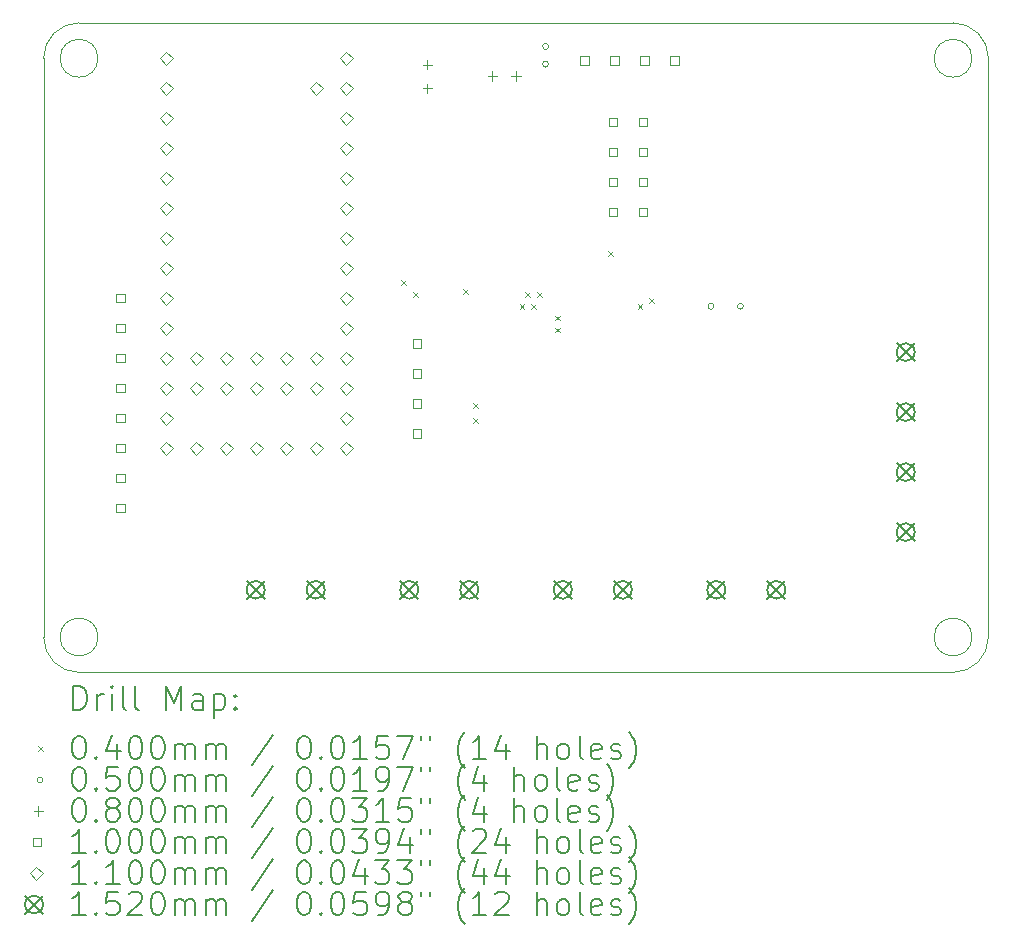
<source format=gbr>
%FSLAX45Y45*%
G04 Gerber Fmt 4.5, Leading zero omitted, Abs format (unit mm)*
G04 Created by KiCad (PCBNEW (6.0.6)) date 2022-07-07 23:14:06*
%MOMM*%
%LPD*%
G01*
G04 APERTURE LIST*
%TA.AperFunction,Profile*%
%ADD10C,0.100000*%
%TD*%
%ADD11C,0.200000*%
%ADD12C,0.040000*%
%ADD13C,0.050000*%
%ADD14C,0.080000*%
%ADD15C,0.100000*%
%ADD16C,0.110000*%
%ADD17C,0.152000*%
G04 APERTURE END LIST*
D10*
X17860000Y-6800000D02*
G75*
G03*
X17860000Y-6800000I-160000J0D01*
G01*
X18000000Y-6800000D02*
G75*
G03*
X17700000Y-6500000I-300000J0D01*
G01*
X10000000Y-11700000D02*
G75*
G03*
X10300000Y-12000000I300000J0D01*
G01*
X10000000Y-6800000D02*
X10000000Y-11700000D01*
X10300000Y-6500000D02*
G75*
G03*
X10000000Y-6800000I0J-300000D01*
G01*
X17860000Y-11700000D02*
G75*
G03*
X17860000Y-11700000I-160000J0D01*
G01*
X10300000Y-6500000D02*
X17700000Y-6500000D01*
X10460000Y-11700000D02*
G75*
G03*
X10460000Y-11700000I-160000J0D01*
G01*
X10460000Y-6800000D02*
G75*
G03*
X10460000Y-6800000I-160000J0D01*
G01*
X10300000Y-12000000D02*
X17700000Y-12000000D01*
X17700000Y-12000000D02*
G75*
G03*
X18000000Y-11700000I0J300000D01*
G01*
X18000000Y-11700000D02*
X18000000Y-6800000D01*
D11*
D12*
X13030000Y-8680000D02*
X13070000Y-8720000D01*
X13070000Y-8680000D02*
X13030000Y-8720000D01*
X13130000Y-8780000D02*
X13170000Y-8820000D01*
X13170000Y-8780000D02*
X13130000Y-8820000D01*
X13555000Y-8755000D02*
X13595000Y-8795000D01*
X13595000Y-8755000D02*
X13555000Y-8795000D01*
X13640000Y-9720000D02*
X13680000Y-9760000D01*
X13680000Y-9720000D02*
X13640000Y-9760000D01*
X13640000Y-9845000D02*
X13680000Y-9885000D01*
X13680000Y-9845000D02*
X13640000Y-9885000D01*
X14030000Y-8880000D02*
X14070000Y-8920000D01*
X14070000Y-8880000D02*
X14030000Y-8920000D01*
X14080000Y-8780000D02*
X14120000Y-8820000D01*
X14120000Y-8780000D02*
X14080000Y-8820000D01*
X14130000Y-8880000D02*
X14170000Y-8920000D01*
X14170000Y-8880000D02*
X14130000Y-8920000D01*
X14180000Y-8780000D02*
X14220000Y-8820000D01*
X14220000Y-8780000D02*
X14180000Y-8820000D01*
X14330000Y-8980000D02*
X14370000Y-9020000D01*
X14370000Y-8980000D02*
X14330000Y-9020000D01*
X14330000Y-9080000D02*
X14370000Y-9120000D01*
X14370000Y-9080000D02*
X14330000Y-9120000D01*
X14780000Y-8430000D02*
X14820000Y-8470000D01*
X14820000Y-8430000D02*
X14780000Y-8470000D01*
X15030000Y-8880000D02*
X15070000Y-8920000D01*
X15070000Y-8880000D02*
X15030000Y-8920000D01*
X15130000Y-8830000D02*
X15170000Y-8870000D01*
X15170000Y-8830000D02*
X15130000Y-8870000D01*
D13*
X14275000Y-6700000D02*
G75*
G03*
X14275000Y-6700000I-25000J0D01*
G01*
X14275000Y-6850000D02*
G75*
G03*
X14275000Y-6850000I-25000J0D01*
G01*
X15675000Y-8900000D02*
G75*
G03*
X15675000Y-8900000I-25000J0D01*
G01*
X15925000Y-8900000D02*
G75*
G03*
X15925000Y-8900000I-25000J0D01*
G01*
D14*
X13250000Y-6814489D02*
X13250000Y-6894489D01*
X13210000Y-6854489D02*
X13290000Y-6854489D01*
X13250000Y-7014489D02*
X13250000Y-7094489D01*
X13210000Y-7054489D02*
X13290000Y-7054489D01*
X13800000Y-6910000D02*
X13800000Y-6990000D01*
X13760000Y-6950000D02*
X13840000Y-6950000D01*
X14000000Y-6910000D02*
X14000000Y-6990000D01*
X13960000Y-6950000D02*
X14040000Y-6950000D01*
D15*
X10685356Y-8866356D02*
X10685356Y-8795644D01*
X10614644Y-8795644D01*
X10614644Y-8866356D01*
X10685356Y-8866356D01*
X10685356Y-9120356D02*
X10685356Y-9049644D01*
X10614644Y-9049644D01*
X10614644Y-9120356D01*
X10685356Y-9120356D01*
X10685356Y-9374356D02*
X10685356Y-9303644D01*
X10614644Y-9303644D01*
X10614644Y-9374356D01*
X10685356Y-9374356D01*
X10685356Y-9628356D02*
X10685356Y-9557644D01*
X10614644Y-9557644D01*
X10614644Y-9628356D01*
X10685356Y-9628356D01*
X10685356Y-9882356D02*
X10685356Y-9811644D01*
X10614644Y-9811644D01*
X10614644Y-9882356D01*
X10685356Y-9882356D01*
X10685356Y-10136356D02*
X10685356Y-10065644D01*
X10614644Y-10065644D01*
X10614644Y-10136356D01*
X10685356Y-10136356D01*
X10685356Y-10390356D02*
X10685356Y-10319644D01*
X10614644Y-10319644D01*
X10614644Y-10390356D01*
X10685356Y-10390356D01*
X10685356Y-10644356D02*
X10685356Y-10573644D01*
X10614644Y-10573644D01*
X10614644Y-10644356D01*
X10685356Y-10644356D01*
X13195356Y-9251356D02*
X13195356Y-9180644D01*
X13124644Y-9180644D01*
X13124644Y-9251356D01*
X13195356Y-9251356D01*
X13195356Y-9505356D02*
X13195356Y-9434644D01*
X13124644Y-9434644D01*
X13124644Y-9505356D01*
X13195356Y-9505356D01*
X13195356Y-9759356D02*
X13195356Y-9688644D01*
X13124644Y-9688644D01*
X13124644Y-9759356D01*
X13195356Y-9759356D01*
X13195356Y-10013356D02*
X13195356Y-9942644D01*
X13124644Y-9942644D01*
X13124644Y-10013356D01*
X13195356Y-10013356D01*
X14615356Y-6855356D02*
X14615356Y-6784644D01*
X14544644Y-6784644D01*
X14544644Y-6855356D01*
X14615356Y-6855356D01*
X14855356Y-7372856D02*
X14855356Y-7302144D01*
X14784644Y-7302144D01*
X14784644Y-7372856D01*
X14855356Y-7372856D01*
X14855356Y-7626856D02*
X14855356Y-7556144D01*
X14784644Y-7556144D01*
X14784644Y-7626856D01*
X14855356Y-7626856D01*
X14855356Y-7880856D02*
X14855356Y-7810144D01*
X14784644Y-7810144D01*
X14784644Y-7880856D01*
X14855356Y-7880856D01*
X14855356Y-8134856D02*
X14855356Y-8064144D01*
X14784644Y-8064144D01*
X14784644Y-8134856D01*
X14855356Y-8134856D01*
X14869356Y-6855356D02*
X14869356Y-6784644D01*
X14798644Y-6784644D01*
X14798644Y-6855356D01*
X14869356Y-6855356D01*
X15109356Y-7372856D02*
X15109356Y-7302144D01*
X15038644Y-7302144D01*
X15038644Y-7372856D01*
X15109356Y-7372856D01*
X15109356Y-7626856D02*
X15109356Y-7556144D01*
X15038644Y-7556144D01*
X15038644Y-7626856D01*
X15109356Y-7626856D01*
X15109356Y-7880856D02*
X15109356Y-7810144D01*
X15038644Y-7810144D01*
X15038644Y-7880856D01*
X15109356Y-7880856D01*
X15109356Y-8134856D02*
X15109356Y-8064144D01*
X15038644Y-8064144D01*
X15038644Y-8134856D01*
X15109356Y-8134856D01*
X15123356Y-6855356D02*
X15123356Y-6784644D01*
X15052644Y-6784644D01*
X15052644Y-6855356D01*
X15123356Y-6855356D01*
X15377356Y-6855356D02*
X15377356Y-6784644D01*
X15306644Y-6784644D01*
X15306644Y-6855356D01*
X15377356Y-6855356D01*
D16*
X11038000Y-6854000D02*
X11093000Y-6799000D01*
X11038000Y-6744000D01*
X10983000Y-6799000D01*
X11038000Y-6854000D01*
X11038000Y-7108000D02*
X11093000Y-7053000D01*
X11038000Y-6998000D01*
X10983000Y-7053000D01*
X11038000Y-7108000D01*
X11038000Y-7362000D02*
X11093000Y-7307000D01*
X11038000Y-7252000D01*
X10983000Y-7307000D01*
X11038000Y-7362000D01*
X11038000Y-7616000D02*
X11093000Y-7561000D01*
X11038000Y-7506000D01*
X10983000Y-7561000D01*
X11038000Y-7616000D01*
X11038000Y-7870000D02*
X11093000Y-7815000D01*
X11038000Y-7760000D01*
X10983000Y-7815000D01*
X11038000Y-7870000D01*
X11038000Y-8124000D02*
X11093000Y-8069000D01*
X11038000Y-8014000D01*
X10983000Y-8069000D01*
X11038000Y-8124000D01*
X11038000Y-8378000D02*
X11093000Y-8323000D01*
X11038000Y-8268000D01*
X10983000Y-8323000D01*
X11038000Y-8378000D01*
X11038000Y-8632000D02*
X11093000Y-8577000D01*
X11038000Y-8522000D01*
X10983000Y-8577000D01*
X11038000Y-8632000D01*
X11038000Y-8886000D02*
X11093000Y-8831000D01*
X11038000Y-8776000D01*
X10983000Y-8831000D01*
X11038000Y-8886000D01*
X11038000Y-9140000D02*
X11093000Y-9085000D01*
X11038000Y-9030000D01*
X10983000Y-9085000D01*
X11038000Y-9140000D01*
X11038000Y-9394000D02*
X11093000Y-9339000D01*
X11038000Y-9284000D01*
X10983000Y-9339000D01*
X11038000Y-9394000D01*
X11038000Y-9648000D02*
X11093000Y-9593000D01*
X11038000Y-9538000D01*
X10983000Y-9593000D01*
X11038000Y-9648000D01*
X11038000Y-9902000D02*
X11093000Y-9847000D01*
X11038000Y-9792000D01*
X10983000Y-9847000D01*
X11038000Y-9902000D01*
X11038000Y-10156000D02*
X11093000Y-10101000D01*
X11038000Y-10046000D01*
X10983000Y-10101000D01*
X11038000Y-10156000D01*
X11292000Y-9394000D02*
X11347000Y-9339000D01*
X11292000Y-9284000D01*
X11237000Y-9339000D01*
X11292000Y-9394000D01*
X11292000Y-9648000D02*
X11347000Y-9593000D01*
X11292000Y-9538000D01*
X11237000Y-9593000D01*
X11292000Y-9648000D01*
X11292000Y-10156000D02*
X11347000Y-10101000D01*
X11292000Y-10046000D01*
X11237000Y-10101000D01*
X11292000Y-10156000D01*
X11546000Y-9394000D02*
X11601000Y-9339000D01*
X11546000Y-9284000D01*
X11491000Y-9339000D01*
X11546000Y-9394000D01*
X11546000Y-9648000D02*
X11601000Y-9593000D01*
X11546000Y-9538000D01*
X11491000Y-9593000D01*
X11546000Y-9648000D01*
X11546000Y-10156000D02*
X11601000Y-10101000D01*
X11546000Y-10046000D01*
X11491000Y-10101000D01*
X11546000Y-10156000D01*
X11800000Y-9394000D02*
X11855000Y-9339000D01*
X11800000Y-9284000D01*
X11745000Y-9339000D01*
X11800000Y-9394000D01*
X11800000Y-9648000D02*
X11855000Y-9593000D01*
X11800000Y-9538000D01*
X11745000Y-9593000D01*
X11800000Y-9648000D01*
X11800000Y-10156000D02*
X11855000Y-10101000D01*
X11800000Y-10046000D01*
X11745000Y-10101000D01*
X11800000Y-10156000D01*
X12054000Y-9394000D02*
X12109000Y-9339000D01*
X12054000Y-9284000D01*
X11999000Y-9339000D01*
X12054000Y-9394000D01*
X12054000Y-9648000D02*
X12109000Y-9593000D01*
X12054000Y-9538000D01*
X11999000Y-9593000D01*
X12054000Y-9648000D01*
X12054000Y-10156000D02*
X12109000Y-10101000D01*
X12054000Y-10046000D01*
X11999000Y-10101000D01*
X12054000Y-10156000D01*
X12308000Y-7108000D02*
X12363000Y-7053000D01*
X12308000Y-6998000D01*
X12253000Y-7053000D01*
X12308000Y-7108000D01*
X12308000Y-9394000D02*
X12363000Y-9339000D01*
X12308000Y-9284000D01*
X12253000Y-9339000D01*
X12308000Y-9394000D01*
X12308000Y-9648000D02*
X12363000Y-9593000D01*
X12308000Y-9538000D01*
X12253000Y-9593000D01*
X12308000Y-9648000D01*
X12308000Y-10156000D02*
X12363000Y-10101000D01*
X12308000Y-10046000D01*
X12253000Y-10101000D01*
X12308000Y-10156000D01*
X12562000Y-6854000D02*
X12617000Y-6799000D01*
X12562000Y-6744000D01*
X12507000Y-6799000D01*
X12562000Y-6854000D01*
X12562000Y-7108000D02*
X12617000Y-7053000D01*
X12562000Y-6998000D01*
X12507000Y-7053000D01*
X12562000Y-7108000D01*
X12562000Y-7362000D02*
X12617000Y-7307000D01*
X12562000Y-7252000D01*
X12507000Y-7307000D01*
X12562000Y-7362000D01*
X12562000Y-7616000D02*
X12617000Y-7561000D01*
X12562000Y-7506000D01*
X12507000Y-7561000D01*
X12562000Y-7616000D01*
X12562000Y-7870000D02*
X12617000Y-7815000D01*
X12562000Y-7760000D01*
X12507000Y-7815000D01*
X12562000Y-7870000D01*
X12562000Y-8124000D02*
X12617000Y-8069000D01*
X12562000Y-8014000D01*
X12507000Y-8069000D01*
X12562000Y-8124000D01*
X12562000Y-8378000D02*
X12617000Y-8323000D01*
X12562000Y-8268000D01*
X12507000Y-8323000D01*
X12562000Y-8378000D01*
X12562000Y-8632000D02*
X12617000Y-8577000D01*
X12562000Y-8522000D01*
X12507000Y-8577000D01*
X12562000Y-8632000D01*
X12562000Y-8886000D02*
X12617000Y-8831000D01*
X12562000Y-8776000D01*
X12507000Y-8831000D01*
X12562000Y-8886000D01*
X12562000Y-9140000D02*
X12617000Y-9085000D01*
X12562000Y-9030000D01*
X12507000Y-9085000D01*
X12562000Y-9140000D01*
X12562000Y-9394000D02*
X12617000Y-9339000D01*
X12562000Y-9284000D01*
X12507000Y-9339000D01*
X12562000Y-9394000D01*
X12562000Y-9648000D02*
X12617000Y-9593000D01*
X12562000Y-9538000D01*
X12507000Y-9593000D01*
X12562000Y-9648000D01*
X12562000Y-9902000D02*
X12617000Y-9847000D01*
X12562000Y-9792000D01*
X12507000Y-9847000D01*
X12562000Y-9902000D01*
X12562000Y-10156000D02*
X12617000Y-10101000D01*
X12562000Y-10046000D01*
X12507000Y-10101000D01*
X12562000Y-10156000D01*
D17*
X11720000Y-11224000D02*
X11872000Y-11376000D01*
X11872000Y-11224000D02*
X11720000Y-11376000D01*
X11872000Y-11300000D02*
G75*
G03*
X11872000Y-11300000I-76000J0D01*
G01*
X12228000Y-11224000D02*
X12380000Y-11376000D01*
X12380000Y-11224000D02*
X12228000Y-11376000D01*
X12380000Y-11300000D02*
G75*
G03*
X12380000Y-11300000I-76000J0D01*
G01*
X13020000Y-11224000D02*
X13172000Y-11376000D01*
X13172000Y-11224000D02*
X13020000Y-11376000D01*
X13172000Y-11300000D02*
G75*
G03*
X13172000Y-11300000I-76000J0D01*
G01*
X13528000Y-11224000D02*
X13680000Y-11376000D01*
X13680000Y-11224000D02*
X13528000Y-11376000D01*
X13680000Y-11300000D02*
G75*
G03*
X13680000Y-11300000I-76000J0D01*
G01*
X14320000Y-11224000D02*
X14472000Y-11376000D01*
X14472000Y-11224000D02*
X14320000Y-11376000D01*
X14472000Y-11300000D02*
G75*
G03*
X14472000Y-11300000I-76000J0D01*
G01*
X14828000Y-11224000D02*
X14980000Y-11376000D01*
X14980000Y-11224000D02*
X14828000Y-11376000D01*
X14980000Y-11300000D02*
G75*
G03*
X14980000Y-11300000I-76000J0D01*
G01*
X15620000Y-11224000D02*
X15772000Y-11376000D01*
X15772000Y-11224000D02*
X15620000Y-11376000D01*
X15772000Y-11300000D02*
G75*
G03*
X15772000Y-11300000I-76000J0D01*
G01*
X16128000Y-11224000D02*
X16280000Y-11376000D01*
X16280000Y-11224000D02*
X16128000Y-11376000D01*
X16280000Y-11300000D02*
G75*
G03*
X16280000Y-11300000I-76000J0D01*
G01*
X17224000Y-9212000D02*
X17376000Y-9364000D01*
X17376000Y-9212000D02*
X17224000Y-9364000D01*
X17376000Y-9288000D02*
G75*
G03*
X17376000Y-9288000I-76000J0D01*
G01*
X17224000Y-9720000D02*
X17376000Y-9872000D01*
X17376000Y-9720000D02*
X17224000Y-9872000D01*
X17376000Y-9796000D02*
G75*
G03*
X17376000Y-9796000I-76000J0D01*
G01*
X17224000Y-10228000D02*
X17376000Y-10380000D01*
X17376000Y-10228000D02*
X17224000Y-10380000D01*
X17376000Y-10304000D02*
G75*
G03*
X17376000Y-10304000I-76000J0D01*
G01*
X17224000Y-10736000D02*
X17376000Y-10888000D01*
X17376000Y-10736000D02*
X17224000Y-10888000D01*
X17376000Y-10812000D02*
G75*
G03*
X17376000Y-10812000I-76000J0D01*
G01*
D11*
X10252619Y-12315476D02*
X10252619Y-12115476D01*
X10300238Y-12115476D01*
X10328810Y-12125000D01*
X10347857Y-12144048D01*
X10357381Y-12163095D01*
X10366905Y-12201190D01*
X10366905Y-12229762D01*
X10357381Y-12267857D01*
X10347857Y-12286905D01*
X10328810Y-12305952D01*
X10300238Y-12315476D01*
X10252619Y-12315476D01*
X10452619Y-12315476D02*
X10452619Y-12182143D01*
X10452619Y-12220238D02*
X10462143Y-12201190D01*
X10471667Y-12191667D01*
X10490714Y-12182143D01*
X10509762Y-12182143D01*
X10576429Y-12315476D02*
X10576429Y-12182143D01*
X10576429Y-12115476D02*
X10566905Y-12125000D01*
X10576429Y-12134524D01*
X10585952Y-12125000D01*
X10576429Y-12115476D01*
X10576429Y-12134524D01*
X10700238Y-12315476D02*
X10681190Y-12305952D01*
X10671667Y-12286905D01*
X10671667Y-12115476D01*
X10805000Y-12315476D02*
X10785952Y-12305952D01*
X10776429Y-12286905D01*
X10776429Y-12115476D01*
X11033571Y-12315476D02*
X11033571Y-12115476D01*
X11100238Y-12258333D01*
X11166905Y-12115476D01*
X11166905Y-12315476D01*
X11347857Y-12315476D02*
X11347857Y-12210714D01*
X11338333Y-12191667D01*
X11319286Y-12182143D01*
X11281190Y-12182143D01*
X11262143Y-12191667D01*
X11347857Y-12305952D02*
X11328809Y-12315476D01*
X11281190Y-12315476D01*
X11262143Y-12305952D01*
X11252619Y-12286905D01*
X11252619Y-12267857D01*
X11262143Y-12248809D01*
X11281190Y-12239286D01*
X11328809Y-12239286D01*
X11347857Y-12229762D01*
X11443095Y-12182143D02*
X11443095Y-12382143D01*
X11443095Y-12191667D02*
X11462143Y-12182143D01*
X11500238Y-12182143D01*
X11519286Y-12191667D01*
X11528809Y-12201190D01*
X11538333Y-12220238D01*
X11538333Y-12277381D01*
X11528809Y-12296428D01*
X11519286Y-12305952D01*
X11500238Y-12315476D01*
X11462143Y-12315476D01*
X11443095Y-12305952D01*
X11624048Y-12296428D02*
X11633571Y-12305952D01*
X11624048Y-12315476D01*
X11614524Y-12305952D01*
X11624048Y-12296428D01*
X11624048Y-12315476D01*
X11624048Y-12191667D02*
X11633571Y-12201190D01*
X11624048Y-12210714D01*
X11614524Y-12201190D01*
X11624048Y-12191667D01*
X11624048Y-12210714D01*
D12*
X9955000Y-12625000D02*
X9995000Y-12665000D01*
X9995000Y-12625000D02*
X9955000Y-12665000D01*
D11*
X10290714Y-12535476D02*
X10309762Y-12535476D01*
X10328810Y-12545000D01*
X10338333Y-12554524D01*
X10347857Y-12573571D01*
X10357381Y-12611667D01*
X10357381Y-12659286D01*
X10347857Y-12697381D01*
X10338333Y-12716428D01*
X10328810Y-12725952D01*
X10309762Y-12735476D01*
X10290714Y-12735476D01*
X10271667Y-12725952D01*
X10262143Y-12716428D01*
X10252619Y-12697381D01*
X10243095Y-12659286D01*
X10243095Y-12611667D01*
X10252619Y-12573571D01*
X10262143Y-12554524D01*
X10271667Y-12545000D01*
X10290714Y-12535476D01*
X10443095Y-12716428D02*
X10452619Y-12725952D01*
X10443095Y-12735476D01*
X10433571Y-12725952D01*
X10443095Y-12716428D01*
X10443095Y-12735476D01*
X10624048Y-12602143D02*
X10624048Y-12735476D01*
X10576429Y-12525952D02*
X10528810Y-12668809D01*
X10652619Y-12668809D01*
X10766905Y-12535476D02*
X10785952Y-12535476D01*
X10805000Y-12545000D01*
X10814524Y-12554524D01*
X10824048Y-12573571D01*
X10833571Y-12611667D01*
X10833571Y-12659286D01*
X10824048Y-12697381D01*
X10814524Y-12716428D01*
X10805000Y-12725952D01*
X10785952Y-12735476D01*
X10766905Y-12735476D01*
X10747857Y-12725952D01*
X10738333Y-12716428D01*
X10728810Y-12697381D01*
X10719286Y-12659286D01*
X10719286Y-12611667D01*
X10728810Y-12573571D01*
X10738333Y-12554524D01*
X10747857Y-12545000D01*
X10766905Y-12535476D01*
X10957381Y-12535476D02*
X10976429Y-12535476D01*
X10995476Y-12545000D01*
X11005000Y-12554524D01*
X11014524Y-12573571D01*
X11024048Y-12611667D01*
X11024048Y-12659286D01*
X11014524Y-12697381D01*
X11005000Y-12716428D01*
X10995476Y-12725952D01*
X10976429Y-12735476D01*
X10957381Y-12735476D01*
X10938333Y-12725952D01*
X10928810Y-12716428D01*
X10919286Y-12697381D01*
X10909762Y-12659286D01*
X10909762Y-12611667D01*
X10919286Y-12573571D01*
X10928810Y-12554524D01*
X10938333Y-12545000D01*
X10957381Y-12535476D01*
X11109762Y-12735476D02*
X11109762Y-12602143D01*
X11109762Y-12621190D02*
X11119286Y-12611667D01*
X11138333Y-12602143D01*
X11166905Y-12602143D01*
X11185952Y-12611667D01*
X11195476Y-12630714D01*
X11195476Y-12735476D01*
X11195476Y-12630714D02*
X11205000Y-12611667D01*
X11224048Y-12602143D01*
X11252619Y-12602143D01*
X11271667Y-12611667D01*
X11281190Y-12630714D01*
X11281190Y-12735476D01*
X11376428Y-12735476D02*
X11376428Y-12602143D01*
X11376428Y-12621190D02*
X11385952Y-12611667D01*
X11405000Y-12602143D01*
X11433571Y-12602143D01*
X11452619Y-12611667D01*
X11462143Y-12630714D01*
X11462143Y-12735476D01*
X11462143Y-12630714D02*
X11471667Y-12611667D01*
X11490714Y-12602143D01*
X11519286Y-12602143D01*
X11538333Y-12611667D01*
X11547857Y-12630714D01*
X11547857Y-12735476D01*
X11938333Y-12525952D02*
X11766905Y-12783095D01*
X12195476Y-12535476D02*
X12214524Y-12535476D01*
X12233571Y-12545000D01*
X12243095Y-12554524D01*
X12252619Y-12573571D01*
X12262143Y-12611667D01*
X12262143Y-12659286D01*
X12252619Y-12697381D01*
X12243095Y-12716428D01*
X12233571Y-12725952D01*
X12214524Y-12735476D01*
X12195476Y-12735476D01*
X12176428Y-12725952D01*
X12166905Y-12716428D01*
X12157381Y-12697381D01*
X12147857Y-12659286D01*
X12147857Y-12611667D01*
X12157381Y-12573571D01*
X12166905Y-12554524D01*
X12176428Y-12545000D01*
X12195476Y-12535476D01*
X12347857Y-12716428D02*
X12357381Y-12725952D01*
X12347857Y-12735476D01*
X12338333Y-12725952D01*
X12347857Y-12716428D01*
X12347857Y-12735476D01*
X12481190Y-12535476D02*
X12500238Y-12535476D01*
X12519286Y-12545000D01*
X12528809Y-12554524D01*
X12538333Y-12573571D01*
X12547857Y-12611667D01*
X12547857Y-12659286D01*
X12538333Y-12697381D01*
X12528809Y-12716428D01*
X12519286Y-12725952D01*
X12500238Y-12735476D01*
X12481190Y-12735476D01*
X12462143Y-12725952D01*
X12452619Y-12716428D01*
X12443095Y-12697381D01*
X12433571Y-12659286D01*
X12433571Y-12611667D01*
X12443095Y-12573571D01*
X12452619Y-12554524D01*
X12462143Y-12545000D01*
X12481190Y-12535476D01*
X12738333Y-12735476D02*
X12624048Y-12735476D01*
X12681190Y-12735476D02*
X12681190Y-12535476D01*
X12662143Y-12564048D01*
X12643095Y-12583095D01*
X12624048Y-12592619D01*
X12919286Y-12535476D02*
X12824048Y-12535476D01*
X12814524Y-12630714D01*
X12824048Y-12621190D01*
X12843095Y-12611667D01*
X12890714Y-12611667D01*
X12909762Y-12621190D01*
X12919286Y-12630714D01*
X12928809Y-12649762D01*
X12928809Y-12697381D01*
X12919286Y-12716428D01*
X12909762Y-12725952D01*
X12890714Y-12735476D01*
X12843095Y-12735476D01*
X12824048Y-12725952D01*
X12814524Y-12716428D01*
X12995476Y-12535476D02*
X13128809Y-12535476D01*
X13043095Y-12735476D01*
X13195476Y-12535476D02*
X13195476Y-12573571D01*
X13271667Y-12535476D02*
X13271667Y-12573571D01*
X13566905Y-12811667D02*
X13557381Y-12802143D01*
X13538333Y-12773571D01*
X13528809Y-12754524D01*
X13519286Y-12725952D01*
X13509762Y-12678333D01*
X13509762Y-12640238D01*
X13519286Y-12592619D01*
X13528809Y-12564048D01*
X13538333Y-12545000D01*
X13557381Y-12516428D01*
X13566905Y-12506905D01*
X13747857Y-12735476D02*
X13633571Y-12735476D01*
X13690714Y-12735476D02*
X13690714Y-12535476D01*
X13671667Y-12564048D01*
X13652619Y-12583095D01*
X13633571Y-12592619D01*
X13919286Y-12602143D02*
X13919286Y-12735476D01*
X13871667Y-12525952D02*
X13824048Y-12668809D01*
X13947857Y-12668809D01*
X14176428Y-12735476D02*
X14176428Y-12535476D01*
X14262143Y-12735476D02*
X14262143Y-12630714D01*
X14252619Y-12611667D01*
X14233571Y-12602143D01*
X14205000Y-12602143D01*
X14185952Y-12611667D01*
X14176428Y-12621190D01*
X14385952Y-12735476D02*
X14366905Y-12725952D01*
X14357381Y-12716428D01*
X14347857Y-12697381D01*
X14347857Y-12640238D01*
X14357381Y-12621190D01*
X14366905Y-12611667D01*
X14385952Y-12602143D01*
X14414524Y-12602143D01*
X14433571Y-12611667D01*
X14443095Y-12621190D01*
X14452619Y-12640238D01*
X14452619Y-12697381D01*
X14443095Y-12716428D01*
X14433571Y-12725952D01*
X14414524Y-12735476D01*
X14385952Y-12735476D01*
X14566905Y-12735476D02*
X14547857Y-12725952D01*
X14538333Y-12706905D01*
X14538333Y-12535476D01*
X14719286Y-12725952D02*
X14700238Y-12735476D01*
X14662143Y-12735476D01*
X14643095Y-12725952D01*
X14633571Y-12706905D01*
X14633571Y-12630714D01*
X14643095Y-12611667D01*
X14662143Y-12602143D01*
X14700238Y-12602143D01*
X14719286Y-12611667D01*
X14728809Y-12630714D01*
X14728809Y-12649762D01*
X14633571Y-12668809D01*
X14805000Y-12725952D02*
X14824048Y-12735476D01*
X14862143Y-12735476D01*
X14881190Y-12725952D01*
X14890714Y-12706905D01*
X14890714Y-12697381D01*
X14881190Y-12678333D01*
X14862143Y-12668809D01*
X14833571Y-12668809D01*
X14814524Y-12659286D01*
X14805000Y-12640238D01*
X14805000Y-12630714D01*
X14814524Y-12611667D01*
X14833571Y-12602143D01*
X14862143Y-12602143D01*
X14881190Y-12611667D01*
X14957381Y-12811667D02*
X14966905Y-12802143D01*
X14985952Y-12773571D01*
X14995476Y-12754524D01*
X15005000Y-12725952D01*
X15014524Y-12678333D01*
X15014524Y-12640238D01*
X15005000Y-12592619D01*
X14995476Y-12564048D01*
X14985952Y-12545000D01*
X14966905Y-12516428D01*
X14957381Y-12506905D01*
D13*
X9995000Y-12909000D02*
G75*
G03*
X9995000Y-12909000I-25000J0D01*
G01*
D11*
X10290714Y-12799476D02*
X10309762Y-12799476D01*
X10328810Y-12809000D01*
X10338333Y-12818524D01*
X10347857Y-12837571D01*
X10357381Y-12875667D01*
X10357381Y-12923286D01*
X10347857Y-12961381D01*
X10338333Y-12980428D01*
X10328810Y-12989952D01*
X10309762Y-12999476D01*
X10290714Y-12999476D01*
X10271667Y-12989952D01*
X10262143Y-12980428D01*
X10252619Y-12961381D01*
X10243095Y-12923286D01*
X10243095Y-12875667D01*
X10252619Y-12837571D01*
X10262143Y-12818524D01*
X10271667Y-12809000D01*
X10290714Y-12799476D01*
X10443095Y-12980428D02*
X10452619Y-12989952D01*
X10443095Y-12999476D01*
X10433571Y-12989952D01*
X10443095Y-12980428D01*
X10443095Y-12999476D01*
X10633571Y-12799476D02*
X10538333Y-12799476D01*
X10528810Y-12894714D01*
X10538333Y-12885190D01*
X10557381Y-12875667D01*
X10605000Y-12875667D01*
X10624048Y-12885190D01*
X10633571Y-12894714D01*
X10643095Y-12913762D01*
X10643095Y-12961381D01*
X10633571Y-12980428D01*
X10624048Y-12989952D01*
X10605000Y-12999476D01*
X10557381Y-12999476D01*
X10538333Y-12989952D01*
X10528810Y-12980428D01*
X10766905Y-12799476D02*
X10785952Y-12799476D01*
X10805000Y-12809000D01*
X10814524Y-12818524D01*
X10824048Y-12837571D01*
X10833571Y-12875667D01*
X10833571Y-12923286D01*
X10824048Y-12961381D01*
X10814524Y-12980428D01*
X10805000Y-12989952D01*
X10785952Y-12999476D01*
X10766905Y-12999476D01*
X10747857Y-12989952D01*
X10738333Y-12980428D01*
X10728810Y-12961381D01*
X10719286Y-12923286D01*
X10719286Y-12875667D01*
X10728810Y-12837571D01*
X10738333Y-12818524D01*
X10747857Y-12809000D01*
X10766905Y-12799476D01*
X10957381Y-12799476D02*
X10976429Y-12799476D01*
X10995476Y-12809000D01*
X11005000Y-12818524D01*
X11014524Y-12837571D01*
X11024048Y-12875667D01*
X11024048Y-12923286D01*
X11014524Y-12961381D01*
X11005000Y-12980428D01*
X10995476Y-12989952D01*
X10976429Y-12999476D01*
X10957381Y-12999476D01*
X10938333Y-12989952D01*
X10928810Y-12980428D01*
X10919286Y-12961381D01*
X10909762Y-12923286D01*
X10909762Y-12875667D01*
X10919286Y-12837571D01*
X10928810Y-12818524D01*
X10938333Y-12809000D01*
X10957381Y-12799476D01*
X11109762Y-12999476D02*
X11109762Y-12866143D01*
X11109762Y-12885190D02*
X11119286Y-12875667D01*
X11138333Y-12866143D01*
X11166905Y-12866143D01*
X11185952Y-12875667D01*
X11195476Y-12894714D01*
X11195476Y-12999476D01*
X11195476Y-12894714D02*
X11205000Y-12875667D01*
X11224048Y-12866143D01*
X11252619Y-12866143D01*
X11271667Y-12875667D01*
X11281190Y-12894714D01*
X11281190Y-12999476D01*
X11376428Y-12999476D02*
X11376428Y-12866143D01*
X11376428Y-12885190D02*
X11385952Y-12875667D01*
X11405000Y-12866143D01*
X11433571Y-12866143D01*
X11452619Y-12875667D01*
X11462143Y-12894714D01*
X11462143Y-12999476D01*
X11462143Y-12894714D02*
X11471667Y-12875667D01*
X11490714Y-12866143D01*
X11519286Y-12866143D01*
X11538333Y-12875667D01*
X11547857Y-12894714D01*
X11547857Y-12999476D01*
X11938333Y-12789952D02*
X11766905Y-13047095D01*
X12195476Y-12799476D02*
X12214524Y-12799476D01*
X12233571Y-12809000D01*
X12243095Y-12818524D01*
X12252619Y-12837571D01*
X12262143Y-12875667D01*
X12262143Y-12923286D01*
X12252619Y-12961381D01*
X12243095Y-12980428D01*
X12233571Y-12989952D01*
X12214524Y-12999476D01*
X12195476Y-12999476D01*
X12176428Y-12989952D01*
X12166905Y-12980428D01*
X12157381Y-12961381D01*
X12147857Y-12923286D01*
X12147857Y-12875667D01*
X12157381Y-12837571D01*
X12166905Y-12818524D01*
X12176428Y-12809000D01*
X12195476Y-12799476D01*
X12347857Y-12980428D02*
X12357381Y-12989952D01*
X12347857Y-12999476D01*
X12338333Y-12989952D01*
X12347857Y-12980428D01*
X12347857Y-12999476D01*
X12481190Y-12799476D02*
X12500238Y-12799476D01*
X12519286Y-12809000D01*
X12528809Y-12818524D01*
X12538333Y-12837571D01*
X12547857Y-12875667D01*
X12547857Y-12923286D01*
X12538333Y-12961381D01*
X12528809Y-12980428D01*
X12519286Y-12989952D01*
X12500238Y-12999476D01*
X12481190Y-12999476D01*
X12462143Y-12989952D01*
X12452619Y-12980428D01*
X12443095Y-12961381D01*
X12433571Y-12923286D01*
X12433571Y-12875667D01*
X12443095Y-12837571D01*
X12452619Y-12818524D01*
X12462143Y-12809000D01*
X12481190Y-12799476D01*
X12738333Y-12999476D02*
X12624048Y-12999476D01*
X12681190Y-12999476D02*
X12681190Y-12799476D01*
X12662143Y-12828048D01*
X12643095Y-12847095D01*
X12624048Y-12856619D01*
X12833571Y-12999476D02*
X12871667Y-12999476D01*
X12890714Y-12989952D01*
X12900238Y-12980428D01*
X12919286Y-12951857D01*
X12928809Y-12913762D01*
X12928809Y-12837571D01*
X12919286Y-12818524D01*
X12909762Y-12809000D01*
X12890714Y-12799476D01*
X12852619Y-12799476D01*
X12833571Y-12809000D01*
X12824048Y-12818524D01*
X12814524Y-12837571D01*
X12814524Y-12885190D01*
X12824048Y-12904238D01*
X12833571Y-12913762D01*
X12852619Y-12923286D01*
X12890714Y-12923286D01*
X12909762Y-12913762D01*
X12919286Y-12904238D01*
X12928809Y-12885190D01*
X12995476Y-12799476D02*
X13128809Y-12799476D01*
X13043095Y-12999476D01*
X13195476Y-12799476D02*
X13195476Y-12837571D01*
X13271667Y-12799476D02*
X13271667Y-12837571D01*
X13566905Y-13075667D02*
X13557381Y-13066143D01*
X13538333Y-13037571D01*
X13528809Y-13018524D01*
X13519286Y-12989952D01*
X13509762Y-12942333D01*
X13509762Y-12904238D01*
X13519286Y-12856619D01*
X13528809Y-12828048D01*
X13538333Y-12809000D01*
X13557381Y-12780428D01*
X13566905Y-12770905D01*
X13728809Y-12866143D02*
X13728809Y-12999476D01*
X13681190Y-12789952D02*
X13633571Y-12932809D01*
X13757381Y-12932809D01*
X13985952Y-12999476D02*
X13985952Y-12799476D01*
X14071667Y-12999476D02*
X14071667Y-12894714D01*
X14062143Y-12875667D01*
X14043095Y-12866143D01*
X14014524Y-12866143D01*
X13995476Y-12875667D01*
X13985952Y-12885190D01*
X14195476Y-12999476D02*
X14176428Y-12989952D01*
X14166905Y-12980428D01*
X14157381Y-12961381D01*
X14157381Y-12904238D01*
X14166905Y-12885190D01*
X14176428Y-12875667D01*
X14195476Y-12866143D01*
X14224048Y-12866143D01*
X14243095Y-12875667D01*
X14252619Y-12885190D01*
X14262143Y-12904238D01*
X14262143Y-12961381D01*
X14252619Y-12980428D01*
X14243095Y-12989952D01*
X14224048Y-12999476D01*
X14195476Y-12999476D01*
X14376428Y-12999476D02*
X14357381Y-12989952D01*
X14347857Y-12970905D01*
X14347857Y-12799476D01*
X14528809Y-12989952D02*
X14509762Y-12999476D01*
X14471667Y-12999476D01*
X14452619Y-12989952D01*
X14443095Y-12970905D01*
X14443095Y-12894714D01*
X14452619Y-12875667D01*
X14471667Y-12866143D01*
X14509762Y-12866143D01*
X14528809Y-12875667D01*
X14538333Y-12894714D01*
X14538333Y-12913762D01*
X14443095Y-12932809D01*
X14614524Y-12989952D02*
X14633571Y-12999476D01*
X14671667Y-12999476D01*
X14690714Y-12989952D01*
X14700238Y-12970905D01*
X14700238Y-12961381D01*
X14690714Y-12942333D01*
X14671667Y-12932809D01*
X14643095Y-12932809D01*
X14624048Y-12923286D01*
X14614524Y-12904238D01*
X14614524Y-12894714D01*
X14624048Y-12875667D01*
X14643095Y-12866143D01*
X14671667Y-12866143D01*
X14690714Y-12875667D01*
X14766905Y-13075667D02*
X14776428Y-13066143D01*
X14795476Y-13037571D01*
X14805000Y-13018524D01*
X14814524Y-12989952D01*
X14824048Y-12942333D01*
X14824048Y-12904238D01*
X14814524Y-12856619D01*
X14805000Y-12828048D01*
X14795476Y-12809000D01*
X14776428Y-12780428D01*
X14766905Y-12770905D01*
D14*
X9955000Y-13133000D02*
X9955000Y-13213000D01*
X9915000Y-13173000D02*
X9995000Y-13173000D01*
D11*
X10290714Y-13063476D02*
X10309762Y-13063476D01*
X10328810Y-13073000D01*
X10338333Y-13082524D01*
X10347857Y-13101571D01*
X10357381Y-13139667D01*
X10357381Y-13187286D01*
X10347857Y-13225381D01*
X10338333Y-13244428D01*
X10328810Y-13253952D01*
X10309762Y-13263476D01*
X10290714Y-13263476D01*
X10271667Y-13253952D01*
X10262143Y-13244428D01*
X10252619Y-13225381D01*
X10243095Y-13187286D01*
X10243095Y-13139667D01*
X10252619Y-13101571D01*
X10262143Y-13082524D01*
X10271667Y-13073000D01*
X10290714Y-13063476D01*
X10443095Y-13244428D02*
X10452619Y-13253952D01*
X10443095Y-13263476D01*
X10433571Y-13253952D01*
X10443095Y-13244428D01*
X10443095Y-13263476D01*
X10566905Y-13149190D02*
X10547857Y-13139667D01*
X10538333Y-13130143D01*
X10528810Y-13111095D01*
X10528810Y-13101571D01*
X10538333Y-13082524D01*
X10547857Y-13073000D01*
X10566905Y-13063476D01*
X10605000Y-13063476D01*
X10624048Y-13073000D01*
X10633571Y-13082524D01*
X10643095Y-13101571D01*
X10643095Y-13111095D01*
X10633571Y-13130143D01*
X10624048Y-13139667D01*
X10605000Y-13149190D01*
X10566905Y-13149190D01*
X10547857Y-13158714D01*
X10538333Y-13168238D01*
X10528810Y-13187286D01*
X10528810Y-13225381D01*
X10538333Y-13244428D01*
X10547857Y-13253952D01*
X10566905Y-13263476D01*
X10605000Y-13263476D01*
X10624048Y-13253952D01*
X10633571Y-13244428D01*
X10643095Y-13225381D01*
X10643095Y-13187286D01*
X10633571Y-13168238D01*
X10624048Y-13158714D01*
X10605000Y-13149190D01*
X10766905Y-13063476D02*
X10785952Y-13063476D01*
X10805000Y-13073000D01*
X10814524Y-13082524D01*
X10824048Y-13101571D01*
X10833571Y-13139667D01*
X10833571Y-13187286D01*
X10824048Y-13225381D01*
X10814524Y-13244428D01*
X10805000Y-13253952D01*
X10785952Y-13263476D01*
X10766905Y-13263476D01*
X10747857Y-13253952D01*
X10738333Y-13244428D01*
X10728810Y-13225381D01*
X10719286Y-13187286D01*
X10719286Y-13139667D01*
X10728810Y-13101571D01*
X10738333Y-13082524D01*
X10747857Y-13073000D01*
X10766905Y-13063476D01*
X10957381Y-13063476D02*
X10976429Y-13063476D01*
X10995476Y-13073000D01*
X11005000Y-13082524D01*
X11014524Y-13101571D01*
X11024048Y-13139667D01*
X11024048Y-13187286D01*
X11014524Y-13225381D01*
X11005000Y-13244428D01*
X10995476Y-13253952D01*
X10976429Y-13263476D01*
X10957381Y-13263476D01*
X10938333Y-13253952D01*
X10928810Y-13244428D01*
X10919286Y-13225381D01*
X10909762Y-13187286D01*
X10909762Y-13139667D01*
X10919286Y-13101571D01*
X10928810Y-13082524D01*
X10938333Y-13073000D01*
X10957381Y-13063476D01*
X11109762Y-13263476D02*
X11109762Y-13130143D01*
X11109762Y-13149190D02*
X11119286Y-13139667D01*
X11138333Y-13130143D01*
X11166905Y-13130143D01*
X11185952Y-13139667D01*
X11195476Y-13158714D01*
X11195476Y-13263476D01*
X11195476Y-13158714D02*
X11205000Y-13139667D01*
X11224048Y-13130143D01*
X11252619Y-13130143D01*
X11271667Y-13139667D01*
X11281190Y-13158714D01*
X11281190Y-13263476D01*
X11376428Y-13263476D02*
X11376428Y-13130143D01*
X11376428Y-13149190D02*
X11385952Y-13139667D01*
X11405000Y-13130143D01*
X11433571Y-13130143D01*
X11452619Y-13139667D01*
X11462143Y-13158714D01*
X11462143Y-13263476D01*
X11462143Y-13158714D02*
X11471667Y-13139667D01*
X11490714Y-13130143D01*
X11519286Y-13130143D01*
X11538333Y-13139667D01*
X11547857Y-13158714D01*
X11547857Y-13263476D01*
X11938333Y-13053952D02*
X11766905Y-13311095D01*
X12195476Y-13063476D02*
X12214524Y-13063476D01*
X12233571Y-13073000D01*
X12243095Y-13082524D01*
X12252619Y-13101571D01*
X12262143Y-13139667D01*
X12262143Y-13187286D01*
X12252619Y-13225381D01*
X12243095Y-13244428D01*
X12233571Y-13253952D01*
X12214524Y-13263476D01*
X12195476Y-13263476D01*
X12176428Y-13253952D01*
X12166905Y-13244428D01*
X12157381Y-13225381D01*
X12147857Y-13187286D01*
X12147857Y-13139667D01*
X12157381Y-13101571D01*
X12166905Y-13082524D01*
X12176428Y-13073000D01*
X12195476Y-13063476D01*
X12347857Y-13244428D02*
X12357381Y-13253952D01*
X12347857Y-13263476D01*
X12338333Y-13253952D01*
X12347857Y-13244428D01*
X12347857Y-13263476D01*
X12481190Y-13063476D02*
X12500238Y-13063476D01*
X12519286Y-13073000D01*
X12528809Y-13082524D01*
X12538333Y-13101571D01*
X12547857Y-13139667D01*
X12547857Y-13187286D01*
X12538333Y-13225381D01*
X12528809Y-13244428D01*
X12519286Y-13253952D01*
X12500238Y-13263476D01*
X12481190Y-13263476D01*
X12462143Y-13253952D01*
X12452619Y-13244428D01*
X12443095Y-13225381D01*
X12433571Y-13187286D01*
X12433571Y-13139667D01*
X12443095Y-13101571D01*
X12452619Y-13082524D01*
X12462143Y-13073000D01*
X12481190Y-13063476D01*
X12614524Y-13063476D02*
X12738333Y-13063476D01*
X12671667Y-13139667D01*
X12700238Y-13139667D01*
X12719286Y-13149190D01*
X12728809Y-13158714D01*
X12738333Y-13177762D01*
X12738333Y-13225381D01*
X12728809Y-13244428D01*
X12719286Y-13253952D01*
X12700238Y-13263476D01*
X12643095Y-13263476D01*
X12624048Y-13253952D01*
X12614524Y-13244428D01*
X12928809Y-13263476D02*
X12814524Y-13263476D01*
X12871667Y-13263476D02*
X12871667Y-13063476D01*
X12852619Y-13092048D01*
X12833571Y-13111095D01*
X12814524Y-13120619D01*
X13109762Y-13063476D02*
X13014524Y-13063476D01*
X13005000Y-13158714D01*
X13014524Y-13149190D01*
X13033571Y-13139667D01*
X13081190Y-13139667D01*
X13100238Y-13149190D01*
X13109762Y-13158714D01*
X13119286Y-13177762D01*
X13119286Y-13225381D01*
X13109762Y-13244428D01*
X13100238Y-13253952D01*
X13081190Y-13263476D01*
X13033571Y-13263476D01*
X13014524Y-13253952D01*
X13005000Y-13244428D01*
X13195476Y-13063476D02*
X13195476Y-13101571D01*
X13271667Y-13063476D02*
X13271667Y-13101571D01*
X13566905Y-13339667D02*
X13557381Y-13330143D01*
X13538333Y-13301571D01*
X13528809Y-13282524D01*
X13519286Y-13253952D01*
X13509762Y-13206333D01*
X13509762Y-13168238D01*
X13519286Y-13120619D01*
X13528809Y-13092048D01*
X13538333Y-13073000D01*
X13557381Y-13044428D01*
X13566905Y-13034905D01*
X13728809Y-13130143D02*
X13728809Y-13263476D01*
X13681190Y-13053952D02*
X13633571Y-13196809D01*
X13757381Y-13196809D01*
X13985952Y-13263476D02*
X13985952Y-13063476D01*
X14071667Y-13263476D02*
X14071667Y-13158714D01*
X14062143Y-13139667D01*
X14043095Y-13130143D01*
X14014524Y-13130143D01*
X13995476Y-13139667D01*
X13985952Y-13149190D01*
X14195476Y-13263476D02*
X14176428Y-13253952D01*
X14166905Y-13244428D01*
X14157381Y-13225381D01*
X14157381Y-13168238D01*
X14166905Y-13149190D01*
X14176428Y-13139667D01*
X14195476Y-13130143D01*
X14224048Y-13130143D01*
X14243095Y-13139667D01*
X14252619Y-13149190D01*
X14262143Y-13168238D01*
X14262143Y-13225381D01*
X14252619Y-13244428D01*
X14243095Y-13253952D01*
X14224048Y-13263476D01*
X14195476Y-13263476D01*
X14376428Y-13263476D02*
X14357381Y-13253952D01*
X14347857Y-13234905D01*
X14347857Y-13063476D01*
X14528809Y-13253952D02*
X14509762Y-13263476D01*
X14471667Y-13263476D01*
X14452619Y-13253952D01*
X14443095Y-13234905D01*
X14443095Y-13158714D01*
X14452619Y-13139667D01*
X14471667Y-13130143D01*
X14509762Y-13130143D01*
X14528809Y-13139667D01*
X14538333Y-13158714D01*
X14538333Y-13177762D01*
X14443095Y-13196809D01*
X14614524Y-13253952D02*
X14633571Y-13263476D01*
X14671667Y-13263476D01*
X14690714Y-13253952D01*
X14700238Y-13234905D01*
X14700238Y-13225381D01*
X14690714Y-13206333D01*
X14671667Y-13196809D01*
X14643095Y-13196809D01*
X14624048Y-13187286D01*
X14614524Y-13168238D01*
X14614524Y-13158714D01*
X14624048Y-13139667D01*
X14643095Y-13130143D01*
X14671667Y-13130143D01*
X14690714Y-13139667D01*
X14766905Y-13339667D02*
X14776428Y-13330143D01*
X14795476Y-13301571D01*
X14805000Y-13282524D01*
X14814524Y-13253952D01*
X14824048Y-13206333D01*
X14824048Y-13168238D01*
X14814524Y-13120619D01*
X14805000Y-13092048D01*
X14795476Y-13073000D01*
X14776428Y-13044428D01*
X14766905Y-13034905D01*
D15*
X9980356Y-13472356D02*
X9980356Y-13401644D01*
X9909644Y-13401644D01*
X9909644Y-13472356D01*
X9980356Y-13472356D01*
D11*
X10357381Y-13527476D02*
X10243095Y-13527476D01*
X10300238Y-13527476D02*
X10300238Y-13327476D01*
X10281190Y-13356048D01*
X10262143Y-13375095D01*
X10243095Y-13384619D01*
X10443095Y-13508428D02*
X10452619Y-13517952D01*
X10443095Y-13527476D01*
X10433571Y-13517952D01*
X10443095Y-13508428D01*
X10443095Y-13527476D01*
X10576429Y-13327476D02*
X10595476Y-13327476D01*
X10614524Y-13337000D01*
X10624048Y-13346524D01*
X10633571Y-13365571D01*
X10643095Y-13403667D01*
X10643095Y-13451286D01*
X10633571Y-13489381D01*
X10624048Y-13508428D01*
X10614524Y-13517952D01*
X10595476Y-13527476D01*
X10576429Y-13527476D01*
X10557381Y-13517952D01*
X10547857Y-13508428D01*
X10538333Y-13489381D01*
X10528810Y-13451286D01*
X10528810Y-13403667D01*
X10538333Y-13365571D01*
X10547857Y-13346524D01*
X10557381Y-13337000D01*
X10576429Y-13327476D01*
X10766905Y-13327476D02*
X10785952Y-13327476D01*
X10805000Y-13337000D01*
X10814524Y-13346524D01*
X10824048Y-13365571D01*
X10833571Y-13403667D01*
X10833571Y-13451286D01*
X10824048Y-13489381D01*
X10814524Y-13508428D01*
X10805000Y-13517952D01*
X10785952Y-13527476D01*
X10766905Y-13527476D01*
X10747857Y-13517952D01*
X10738333Y-13508428D01*
X10728810Y-13489381D01*
X10719286Y-13451286D01*
X10719286Y-13403667D01*
X10728810Y-13365571D01*
X10738333Y-13346524D01*
X10747857Y-13337000D01*
X10766905Y-13327476D01*
X10957381Y-13327476D02*
X10976429Y-13327476D01*
X10995476Y-13337000D01*
X11005000Y-13346524D01*
X11014524Y-13365571D01*
X11024048Y-13403667D01*
X11024048Y-13451286D01*
X11014524Y-13489381D01*
X11005000Y-13508428D01*
X10995476Y-13517952D01*
X10976429Y-13527476D01*
X10957381Y-13527476D01*
X10938333Y-13517952D01*
X10928810Y-13508428D01*
X10919286Y-13489381D01*
X10909762Y-13451286D01*
X10909762Y-13403667D01*
X10919286Y-13365571D01*
X10928810Y-13346524D01*
X10938333Y-13337000D01*
X10957381Y-13327476D01*
X11109762Y-13527476D02*
X11109762Y-13394143D01*
X11109762Y-13413190D02*
X11119286Y-13403667D01*
X11138333Y-13394143D01*
X11166905Y-13394143D01*
X11185952Y-13403667D01*
X11195476Y-13422714D01*
X11195476Y-13527476D01*
X11195476Y-13422714D02*
X11205000Y-13403667D01*
X11224048Y-13394143D01*
X11252619Y-13394143D01*
X11271667Y-13403667D01*
X11281190Y-13422714D01*
X11281190Y-13527476D01*
X11376428Y-13527476D02*
X11376428Y-13394143D01*
X11376428Y-13413190D02*
X11385952Y-13403667D01*
X11405000Y-13394143D01*
X11433571Y-13394143D01*
X11452619Y-13403667D01*
X11462143Y-13422714D01*
X11462143Y-13527476D01*
X11462143Y-13422714D02*
X11471667Y-13403667D01*
X11490714Y-13394143D01*
X11519286Y-13394143D01*
X11538333Y-13403667D01*
X11547857Y-13422714D01*
X11547857Y-13527476D01*
X11938333Y-13317952D02*
X11766905Y-13575095D01*
X12195476Y-13327476D02*
X12214524Y-13327476D01*
X12233571Y-13337000D01*
X12243095Y-13346524D01*
X12252619Y-13365571D01*
X12262143Y-13403667D01*
X12262143Y-13451286D01*
X12252619Y-13489381D01*
X12243095Y-13508428D01*
X12233571Y-13517952D01*
X12214524Y-13527476D01*
X12195476Y-13527476D01*
X12176428Y-13517952D01*
X12166905Y-13508428D01*
X12157381Y-13489381D01*
X12147857Y-13451286D01*
X12147857Y-13403667D01*
X12157381Y-13365571D01*
X12166905Y-13346524D01*
X12176428Y-13337000D01*
X12195476Y-13327476D01*
X12347857Y-13508428D02*
X12357381Y-13517952D01*
X12347857Y-13527476D01*
X12338333Y-13517952D01*
X12347857Y-13508428D01*
X12347857Y-13527476D01*
X12481190Y-13327476D02*
X12500238Y-13327476D01*
X12519286Y-13337000D01*
X12528809Y-13346524D01*
X12538333Y-13365571D01*
X12547857Y-13403667D01*
X12547857Y-13451286D01*
X12538333Y-13489381D01*
X12528809Y-13508428D01*
X12519286Y-13517952D01*
X12500238Y-13527476D01*
X12481190Y-13527476D01*
X12462143Y-13517952D01*
X12452619Y-13508428D01*
X12443095Y-13489381D01*
X12433571Y-13451286D01*
X12433571Y-13403667D01*
X12443095Y-13365571D01*
X12452619Y-13346524D01*
X12462143Y-13337000D01*
X12481190Y-13327476D01*
X12614524Y-13327476D02*
X12738333Y-13327476D01*
X12671667Y-13403667D01*
X12700238Y-13403667D01*
X12719286Y-13413190D01*
X12728809Y-13422714D01*
X12738333Y-13441762D01*
X12738333Y-13489381D01*
X12728809Y-13508428D01*
X12719286Y-13517952D01*
X12700238Y-13527476D01*
X12643095Y-13527476D01*
X12624048Y-13517952D01*
X12614524Y-13508428D01*
X12833571Y-13527476D02*
X12871667Y-13527476D01*
X12890714Y-13517952D01*
X12900238Y-13508428D01*
X12919286Y-13479857D01*
X12928809Y-13441762D01*
X12928809Y-13365571D01*
X12919286Y-13346524D01*
X12909762Y-13337000D01*
X12890714Y-13327476D01*
X12852619Y-13327476D01*
X12833571Y-13337000D01*
X12824048Y-13346524D01*
X12814524Y-13365571D01*
X12814524Y-13413190D01*
X12824048Y-13432238D01*
X12833571Y-13441762D01*
X12852619Y-13451286D01*
X12890714Y-13451286D01*
X12909762Y-13441762D01*
X12919286Y-13432238D01*
X12928809Y-13413190D01*
X13100238Y-13394143D02*
X13100238Y-13527476D01*
X13052619Y-13317952D02*
X13005000Y-13460809D01*
X13128809Y-13460809D01*
X13195476Y-13327476D02*
X13195476Y-13365571D01*
X13271667Y-13327476D02*
X13271667Y-13365571D01*
X13566905Y-13603667D02*
X13557381Y-13594143D01*
X13538333Y-13565571D01*
X13528809Y-13546524D01*
X13519286Y-13517952D01*
X13509762Y-13470333D01*
X13509762Y-13432238D01*
X13519286Y-13384619D01*
X13528809Y-13356048D01*
X13538333Y-13337000D01*
X13557381Y-13308428D01*
X13566905Y-13298905D01*
X13633571Y-13346524D02*
X13643095Y-13337000D01*
X13662143Y-13327476D01*
X13709762Y-13327476D01*
X13728809Y-13337000D01*
X13738333Y-13346524D01*
X13747857Y-13365571D01*
X13747857Y-13384619D01*
X13738333Y-13413190D01*
X13624048Y-13527476D01*
X13747857Y-13527476D01*
X13919286Y-13394143D02*
X13919286Y-13527476D01*
X13871667Y-13317952D02*
X13824048Y-13460809D01*
X13947857Y-13460809D01*
X14176428Y-13527476D02*
X14176428Y-13327476D01*
X14262143Y-13527476D02*
X14262143Y-13422714D01*
X14252619Y-13403667D01*
X14233571Y-13394143D01*
X14205000Y-13394143D01*
X14185952Y-13403667D01*
X14176428Y-13413190D01*
X14385952Y-13527476D02*
X14366905Y-13517952D01*
X14357381Y-13508428D01*
X14347857Y-13489381D01*
X14347857Y-13432238D01*
X14357381Y-13413190D01*
X14366905Y-13403667D01*
X14385952Y-13394143D01*
X14414524Y-13394143D01*
X14433571Y-13403667D01*
X14443095Y-13413190D01*
X14452619Y-13432238D01*
X14452619Y-13489381D01*
X14443095Y-13508428D01*
X14433571Y-13517952D01*
X14414524Y-13527476D01*
X14385952Y-13527476D01*
X14566905Y-13527476D02*
X14547857Y-13517952D01*
X14538333Y-13498905D01*
X14538333Y-13327476D01*
X14719286Y-13517952D02*
X14700238Y-13527476D01*
X14662143Y-13527476D01*
X14643095Y-13517952D01*
X14633571Y-13498905D01*
X14633571Y-13422714D01*
X14643095Y-13403667D01*
X14662143Y-13394143D01*
X14700238Y-13394143D01*
X14719286Y-13403667D01*
X14728809Y-13422714D01*
X14728809Y-13441762D01*
X14633571Y-13460809D01*
X14805000Y-13517952D02*
X14824048Y-13527476D01*
X14862143Y-13527476D01*
X14881190Y-13517952D01*
X14890714Y-13498905D01*
X14890714Y-13489381D01*
X14881190Y-13470333D01*
X14862143Y-13460809D01*
X14833571Y-13460809D01*
X14814524Y-13451286D01*
X14805000Y-13432238D01*
X14805000Y-13422714D01*
X14814524Y-13403667D01*
X14833571Y-13394143D01*
X14862143Y-13394143D01*
X14881190Y-13403667D01*
X14957381Y-13603667D02*
X14966905Y-13594143D01*
X14985952Y-13565571D01*
X14995476Y-13546524D01*
X15005000Y-13517952D01*
X15014524Y-13470333D01*
X15014524Y-13432238D01*
X15005000Y-13384619D01*
X14995476Y-13356048D01*
X14985952Y-13337000D01*
X14966905Y-13308428D01*
X14957381Y-13298905D01*
D16*
X9940000Y-13756000D02*
X9995000Y-13701000D01*
X9940000Y-13646000D01*
X9885000Y-13701000D01*
X9940000Y-13756000D01*
D11*
X10357381Y-13791476D02*
X10243095Y-13791476D01*
X10300238Y-13791476D02*
X10300238Y-13591476D01*
X10281190Y-13620048D01*
X10262143Y-13639095D01*
X10243095Y-13648619D01*
X10443095Y-13772428D02*
X10452619Y-13781952D01*
X10443095Y-13791476D01*
X10433571Y-13781952D01*
X10443095Y-13772428D01*
X10443095Y-13791476D01*
X10643095Y-13791476D02*
X10528810Y-13791476D01*
X10585952Y-13791476D02*
X10585952Y-13591476D01*
X10566905Y-13620048D01*
X10547857Y-13639095D01*
X10528810Y-13648619D01*
X10766905Y-13591476D02*
X10785952Y-13591476D01*
X10805000Y-13601000D01*
X10814524Y-13610524D01*
X10824048Y-13629571D01*
X10833571Y-13667667D01*
X10833571Y-13715286D01*
X10824048Y-13753381D01*
X10814524Y-13772428D01*
X10805000Y-13781952D01*
X10785952Y-13791476D01*
X10766905Y-13791476D01*
X10747857Y-13781952D01*
X10738333Y-13772428D01*
X10728810Y-13753381D01*
X10719286Y-13715286D01*
X10719286Y-13667667D01*
X10728810Y-13629571D01*
X10738333Y-13610524D01*
X10747857Y-13601000D01*
X10766905Y-13591476D01*
X10957381Y-13591476D02*
X10976429Y-13591476D01*
X10995476Y-13601000D01*
X11005000Y-13610524D01*
X11014524Y-13629571D01*
X11024048Y-13667667D01*
X11024048Y-13715286D01*
X11014524Y-13753381D01*
X11005000Y-13772428D01*
X10995476Y-13781952D01*
X10976429Y-13791476D01*
X10957381Y-13791476D01*
X10938333Y-13781952D01*
X10928810Y-13772428D01*
X10919286Y-13753381D01*
X10909762Y-13715286D01*
X10909762Y-13667667D01*
X10919286Y-13629571D01*
X10928810Y-13610524D01*
X10938333Y-13601000D01*
X10957381Y-13591476D01*
X11109762Y-13791476D02*
X11109762Y-13658143D01*
X11109762Y-13677190D02*
X11119286Y-13667667D01*
X11138333Y-13658143D01*
X11166905Y-13658143D01*
X11185952Y-13667667D01*
X11195476Y-13686714D01*
X11195476Y-13791476D01*
X11195476Y-13686714D02*
X11205000Y-13667667D01*
X11224048Y-13658143D01*
X11252619Y-13658143D01*
X11271667Y-13667667D01*
X11281190Y-13686714D01*
X11281190Y-13791476D01*
X11376428Y-13791476D02*
X11376428Y-13658143D01*
X11376428Y-13677190D02*
X11385952Y-13667667D01*
X11405000Y-13658143D01*
X11433571Y-13658143D01*
X11452619Y-13667667D01*
X11462143Y-13686714D01*
X11462143Y-13791476D01*
X11462143Y-13686714D02*
X11471667Y-13667667D01*
X11490714Y-13658143D01*
X11519286Y-13658143D01*
X11538333Y-13667667D01*
X11547857Y-13686714D01*
X11547857Y-13791476D01*
X11938333Y-13581952D02*
X11766905Y-13839095D01*
X12195476Y-13591476D02*
X12214524Y-13591476D01*
X12233571Y-13601000D01*
X12243095Y-13610524D01*
X12252619Y-13629571D01*
X12262143Y-13667667D01*
X12262143Y-13715286D01*
X12252619Y-13753381D01*
X12243095Y-13772428D01*
X12233571Y-13781952D01*
X12214524Y-13791476D01*
X12195476Y-13791476D01*
X12176428Y-13781952D01*
X12166905Y-13772428D01*
X12157381Y-13753381D01*
X12147857Y-13715286D01*
X12147857Y-13667667D01*
X12157381Y-13629571D01*
X12166905Y-13610524D01*
X12176428Y-13601000D01*
X12195476Y-13591476D01*
X12347857Y-13772428D02*
X12357381Y-13781952D01*
X12347857Y-13791476D01*
X12338333Y-13781952D01*
X12347857Y-13772428D01*
X12347857Y-13791476D01*
X12481190Y-13591476D02*
X12500238Y-13591476D01*
X12519286Y-13601000D01*
X12528809Y-13610524D01*
X12538333Y-13629571D01*
X12547857Y-13667667D01*
X12547857Y-13715286D01*
X12538333Y-13753381D01*
X12528809Y-13772428D01*
X12519286Y-13781952D01*
X12500238Y-13791476D01*
X12481190Y-13791476D01*
X12462143Y-13781952D01*
X12452619Y-13772428D01*
X12443095Y-13753381D01*
X12433571Y-13715286D01*
X12433571Y-13667667D01*
X12443095Y-13629571D01*
X12452619Y-13610524D01*
X12462143Y-13601000D01*
X12481190Y-13591476D01*
X12719286Y-13658143D02*
X12719286Y-13791476D01*
X12671667Y-13581952D02*
X12624048Y-13724809D01*
X12747857Y-13724809D01*
X12805000Y-13591476D02*
X12928809Y-13591476D01*
X12862143Y-13667667D01*
X12890714Y-13667667D01*
X12909762Y-13677190D01*
X12919286Y-13686714D01*
X12928809Y-13705762D01*
X12928809Y-13753381D01*
X12919286Y-13772428D01*
X12909762Y-13781952D01*
X12890714Y-13791476D01*
X12833571Y-13791476D01*
X12814524Y-13781952D01*
X12805000Y-13772428D01*
X12995476Y-13591476D02*
X13119286Y-13591476D01*
X13052619Y-13667667D01*
X13081190Y-13667667D01*
X13100238Y-13677190D01*
X13109762Y-13686714D01*
X13119286Y-13705762D01*
X13119286Y-13753381D01*
X13109762Y-13772428D01*
X13100238Y-13781952D01*
X13081190Y-13791476D01*
X13024048Y-13791476D01*
X13005000Y-13781952D01*
X12995476Y-13772428D01*
X13195476Y-13591476D02*
X13195476Y-13629571D01*
X13271667Y-13591476D02*
X13271667Y-13629571D01*
X13566905Y-13867667D02*
X13557381Y-13858143D01*
X13538333Y-13829571D01*
X13528809Y-13810524D01*
X13519286Y-13781952D01*
X13509762Y-13734333D01*
X13509762Y-13696238D01*
X13519286Y-13648619D01*
X13528809Y-13620048D01*
X13538333Y-13601000D01*
X13557381Y-13572428D01*
X13566905Y-13562905D01*
X13728809Y-13658143D02*
X13728809Y-13791476D01*
X13681190Y-13581952D02*
X13633571Y-13724809D01*
X13757381Y-13724809D01*
X13919286Y-13658143D02*
X13919286Y-13791476D01*
X13871667Y-13581952D02*
X13824048Y-13724809D01*
X13947857Y-13724809D01*
X14176428Y-13791476D02*
X14176428Y-13591476D01*
X14262143Y-13791476D02*
X14262143Y-13686714D01*
X14252619Y-13667667D01*
X14233571Y-13658143D01*
X14205000Y-13658143D01*
X14185952Y-13667667D01*
X14176428Y-13677190D01*
X14385952Y-13791476D02*
X14366905Y-13781952D01*
X14357381Y-13772428D01*
X14347857Y-13753381D01*
X14347857Y-13696238D01*
X14357381Y-13677190D01*
X14366905Y-13667667D01*
X14385952Y-13658143D01*
X14414524Y-13658143D01*
X14433571Y-13667667D01*
X14443095Y-13677190D01*
X14452619Y-13696238D01*
X14452619Y-13753381D01*
X14443095Y-13772428D01*
X14433571Y-13781952D01*
X14414524Y-13791476D01*
X14385952Y-13791476D01*
X14566905Y-13791476D02*
X14547857Y-13781952D01*
X14538333Y-13762905D01*
X14538333Y-13591476D01*
X14719286Y-13781952D02*
X14700238Y-13791476D01*
X14662143Y-13791476D01*
X14643095Y-13781952D01*
X14633571Y-13762905D01*
X14633571Y-13686714D01*
X14643095Y-13667667D01*
X14662143Y-13658143D01*
X14700238Y-13658143D01*
X14719286Y-13667667D01*
X14728809Y-13686714D01*
X14728809Y-13705762D01*
X14633571Y-13724809D01*
X14805000Y-13781952D02*
X14824048Y-13791476D01*
X14862143Y-13791476D01*
X14881190Y-13781952D01*
X14890714Y-13762905D01*
X14890714Y-13753381D01*
X14881190Y-13734333D01*
X14862143Y-13724809D01*
X14833571Y-13724809D01*
X14814524Y-13715286D01*
X14805000Y-13696238D01*
X14805000Y-13686714D01*
X14814524Y-13667667D01*
X14833571Y-13658143D01*
X14862143Y-13658143D01*
X14881190Y-13667667D01*
X14957381Y-13867667D02*
X14966905Y-13858143D01*
X14985952Y-13829571D01*
X14995476Y-13810524D01*
X15005000Y-13781952D01*
X15014524Y-13734333D01*
X15014524Y-13696238D01*
X15005000Y-13648619D01*
X14995476Y-13620048D01*
X14985952Y-13601000D01*
X14966905Y-13572428D01*
X14957381Y-13562905D01*
D17*
X9843000Y-13889000D02*
X9995000Y-14041000D01*
X9995000Y-13889000D02*
X9843000Y-14041000D01*
X9995000Y-13965000D02*
G75*
G03*
X9995000Y-13965000I-76000J0D01*
G01*
D11*
X10357381Y-14055476D02*
X10243095Y-14055476D01*
X10300238Y-14055476D02*
X10300238Y-13855476D01*
X10281190Y-13884048D01*
X10262143Y-13903095D01*
X10243095Y-13912619D01*
X10443095Y-14036428D02*
X10452619Y-14045952D01*
X10443095Y-14055476D01*
X10433571Y-14045952D01*
X10443095Y-14036428D01*
X10443095Y-14055476D01*
X10633571Y-13855476D02*
X10538333Y-13855476D01*
X10528810Y-13950714D01*
X10538333Y-13941190D01*
X10557381Y-13931667D01*
X10605000Y-13931667D01*
X10624048Y-13941190D01*
X10633571Y-13950714D01*
X10643095Y-13969762D01*
X10643095Y-14017381D01*
X10633571Y-14036428D01*
X10624048Y-14045952D01*
X10605000Y-14055476D01*
X10557381Y-14055476D01*
X10538333Y-14045952D01*
X10528810Y-14036428D01*
X10719286Y-13874524D02*
X10728810Y-13865000D01*
X10747857Y-13855476D01*
X10795476Y-13855476D01*
X10814524Y-13865000D01*
X10824048Y-13874524D01*
X10833571Y-13893571D01*
X10833571Y-13912619D01*
X10824048Y-13941190D01*
X10709762Y-14055476D01*
X10833571Y-14055476D01*
X10957381Y-13855476D02*
X10976429Y-13855476D01*
X10995476Y-13865000D01*
X11005000Y-13874524D01*
X11014524Y-13893571D01*
X11024048Y-13931667D01*
X11024048Y-13979286D01*
X11014524Y-14017381D01*
X11005000Y-14036428D01*
X10995476Y-14045952D01*
X10976429Y-14055476D01*
X10957381Y-14055476D01*
X10938333Y-14045952D01*
X10928810Y-14036428D01*
X10919286Y-14017381D01*
X10909762Y-13979286D01*
X10909762Y-13931667D01*
X10919286Y-13893571D01*
X10928810Y-13874524D01*
X10938333Y-13865000D01*
X10957381Y-13855476D01*
X11109762Y-14055476D02*
X11109762Y-13922143D01*
X11109762Y-13941190D02*
X11119286Y-13931667D01*
X11138333Y-13922143D01*
X11166905Y-13922143D01*
X11185952Y-13931667D01*
X11195476Y-13950714D01*
X11195476Y-14055476D01*
X11195476Y-13950714D02*
X11205000Y-13931667D01*
X11224048Y-13922143D01*
X11252619Y-13922143D01*
X11271667Y-13931667D01*
X11281190Y-13950714D01*
X11281190Y-14055476D01*
X11376428Y-14055476D02*
X11376428Y-13922143D01*
X11376428Y-13941190D02*
X11385952Y-13931667D01*
X11405000Y-13922143D01*
X11433571Y-13922143D01*
X11452619Y-13931667D01*
X11462143Y-13950714D01*
X11462143Y-14055476D01*
X11462143Y-13950714D02*
X11471667Y-13931667D01*
X11490714Y-13922143D01*
X11519286Y-13922143D01*
X11538333Y-13931667D01*
X11547857Y-13950714D01*
X11547857Y-14055476D01*
X11938333Y-13845952D02*
X11766905Y-14103095D01*
X12195476Y-13855476D02*
X12214524Y-13855476D01*
X12233571Y-13865000D01*
X12243095Y-13874524D01*
X12252619Y-13893571D01*
X12262143Y-13931667D01*
X12262143Y-13979286D01*
X12252619Y-14017381D01*
X12243095Y-14036428D01*
X12233571Y-14045952D01*
X12214524Y-14055476D01*
X12195476Y-14055476D01*
X12176428Y-14045952D01*
X12166905Y-14036428D01*
X12157381Y-14017381D01*
X12147857Y-13979286D01*
X12147857Y-13931667D01*
X12157381Y-13893571D01*
X12166905Y-13874524D01*
X12176428Y-13865000D01*
X12195476Y-13855476D01*
X12347857Y-14036428D02*
X12357381Y-14045952D01*
X12347857Y-14055476D01*
X12338333Y-14045952D01*
X12347857Y-14036428D01*
X12347857Y-14055476D01*
X12481190Y-13855476D02*
X12500238Y-13855476D01*
X12519286Y-13865000D01*
X12528809Y-13874524D01*
X12538333Y-13893571D01*
X12547857Y-13931667D01*
X12547857Y-13979286D01*
X12538333Y-14017381D01*
X12528809Y-14036428D01*
X12519286Y-14045952D01*
X12500238Y-14055476D01*
X12481190Y-14055476D01*
X12462143Y-14045952D01*
X12452619Y-14036428D01*
X12443095Y-14017381D01*
X12433571Y-13979286D01*
X12433571Y-13931667D01*
X12443095Y-13893571D01*
X12452619Y-13874524D01*
X12462143Y-13865000D01*
X12481190Y-13855476D01*
X12728809Y-13855476D02*
X12633571Y-13855476D01*
X12624048Y-13950714D01*
X12633571Y-13941190D01*
X12652619Y-13931667D01*
X12700238Y-13931667D01*
X12719286Y-13941190D01*
X12728809Y-13950714D01*
X12738333Y-13969762D01*
X12738333Y-14017381D01*
X12728809Y-14036428D01*
X12719286Y-14045952D01*
X12700238Y-14055476D01*
X12652619Y-14055476D01*
X12633571Y-14045952D01*
X12624048Y-14036428D01*
X12833571Y-14055476D02*
X12871667Y-14055476D01*
X12890714Y-14045952D01*
X12900238Y-14036428D01*
X12919286Y-14007857D01*
X12928809Y-13969762D01*
X12928809Y-13893571D01*
X12919286Y-13874524D01*
X12909762Y-13865000D01*
X12890714Y-13855476D01*
X12852619Y-13855476D01*
X12833571Y-13865000D01*
X12824048Y-13874524D01*
X12814524Y-13893571D01*
X12814524Y-13941190D01*
X12824048Y-13960238D01*
X12833571Y-13969762D01*
X12852619Y-13979286D01*
X12890714Y-13979286D01*
X12909762Y-13969762D01*
X12919286Y-13960238D01*
X12928809Y-13941190D01*
X13043095Y-13941190D02*
X13024048Y-13931667D01*
X13014524Y-13922143D01*
X13005000Y-13903095D01*
X13005000Y-13893571D01*
X13014524Y-13874524D01*
X13024048Y-13865000D01*
X13043095Y-13855476D01*
X13081190Y-13855476D01*
X13100238Y-13865000D01*
X13109762Y-13874524D01*
X13119286Y-13893571D01*
X13119286Y-13903095D01*
X13109762Y-13922143D01*
X13100238Y-13931667D01*
X13081190Y-13941190D01*
X13043095Y-13941190D01*
X13024048Y-13950714D01*
X13014524Y-13960238D01*
X13005000Y-13979286D01*
X13005000Y-14017381D01*
X13014524Y-14036428D01*
X13024048Y-14045952D01*
X13043095Y-14055476D01*
X13081190Y-14055476D01*
X13100238Y-14045952D01*
X13109762Y-14036428D01*
X13119286Y-14017381D01*
X13119286Y-13979286D01*
X13109762Y-13960238D01*
X13100238Y-13950714D01*
X13081190Y-13941190D01*
X13195476Y-13855476D02*
X13195476Y-13893571D01*
X13271667Y-13855476D02*
X13271667Y-13893571D01*
X13566905Y-14131667D02*
X13557381Y-14122143D01*
X13538333Y-14093571D01*
X13528809Y-14074524D01*
X13519286Y-14045952D01*
X13509762Y-13998333D01*
X13509762Y-13960238D01*
X13519286Y-13912619D01*
X13528809Y-13884048D01*
X13538333Y-13865000D01*
X13557381Y-13836428D01*
X13566905Y-13826905D01*
X13747857Y-14055476D02*
X13633571Y-14055476D01*
X13690714Y-14055476D02*
X13690714Y-13855476D01*
X13671667Y-13884048D01*
X13652619Y-13903095D01*
X13633571Y-13912619D01*
X13824048Y-13874524D02*
X13833571Y-13865000D01*
X13852619Y-13855476D01*
X13900238Y-13855476D01*
X13919286Y-13865000D01*
X13928809Y-13874524D01*
X13938333Y-13893571D01*
X13938333Y-13912619D01*
X13928809Y-13941190D01*
X13814524Y-14055476D01*
X13938333Y-14055476D01*
X14176428Y-14055476D02*
X14176428Y-13855476D01*
X14262143Y-14055476D02*
X14262143Y-13950714D01*
X14252619Y-13931667D01*
X14233571Y-13922143D01*
X14205000Y-13922143D01*
X14185952Y-13931667D01*
X14176428Y-13941190D01*
X14385952Y-14055476D02*
X14366905Y-14045952D01*
X14357381Y-14036428D01*
X14347857Y-14017381D01*
X14347857Y-13960238D01*
X14357381Y-13941190D01*
X14366905Y-13931667D01*
X14385952Y-13922143D01*
X14414524Y-13922143D01*
X14433571Y-13931667D01*
X14443095Y-13941190D01*
X14452619Y-13960238D01*
X14452619Y-14017381D01*
X14443095Y-14036428D01*
X14433571Y-14045952D01*
X14414524Y-14055476D01*
X14385952Y-14055476D01*
X14566905Y-14055476D02*
X14547857Y-14045952D01*
X14538333Y-14026905D01*
X14538333Y-13855476D01*
X14719286Y-14045952D02*
X14700238Y-14055476D01*
X14662143Y-14055476D01*
X14643095Y-14045952D01*
X14633571Y-14026905D01*
X14633571Y-13950714D01*
X14643095Y-13931667D01*
X14662143Y-13922143D01*
X14700238Y-13922143D01*
X14719286Y-13931667D01*
X14728809Y-13950714D01*
X14728809Y-13969762D01*
X14633571Y-13988809D01*
X14805000Y-14045952D02*
X14824048Y-14055476D01*
X14862143Y-14055476D01*
X14881190Y-14045952D01*
X14890714Y-14026905D01*
X14890714Y-14017381D01*
X14881190Y-13998333D01*
X14862143Y-13988809D01*
X14833571Y-13988809D01*
X14814524Y-13979286D01*
X14805000Y-13960238D01*
X14805000Y-13950714D01*
X14814524Y-13931667D01*
X14833571Y-13922143D01*
X14862143Y-13922143D01*
X14881190Y-13931667D01*
X14957381Y-14131667D02*
X14966905Y-14122143D01*
X14985952Y-14093571D01*
X14995476Y-14074524D01*
X15005000Y-14045952D01*
X15014524Y-13998333D01*
X15014524Y-13960238D01*
X15005000Y-13912619D01*
X14995476Y-13884048D01*
X14985952Y-13865000D01*
X14966905Y-13836428D01*
X14957381Y-13826905D01*
M02*

</source>
